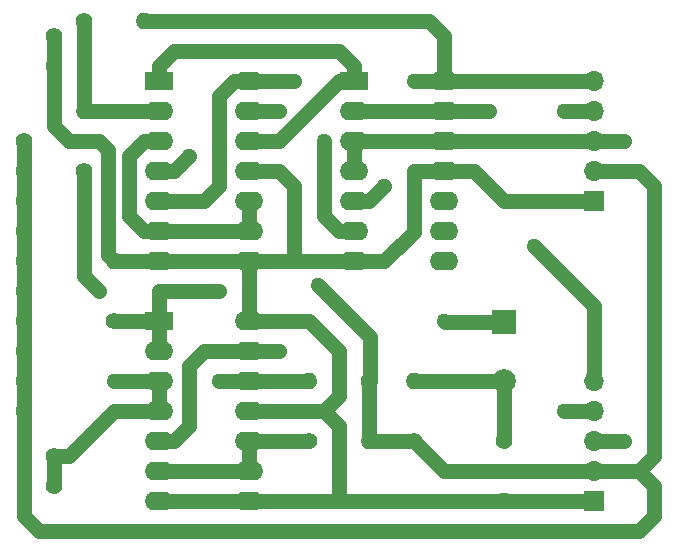
<source format=gbl>
G04 #@! TF.FileFunction,Copper,L2,Bot,Signal*
%FSLAX46Y46*%
G04 Gerber Fmt 4.6, Leading zero omitted, Abs format (unit mm)*
G04 Created by KiCad (PCBNEW 4.0.6) date 05/03/17 23:19:27*
%MOMM*%
%LPD*%
G01*
G04 APERTURE LIST*
%ADD10C,0.100000*%
%ADD11R,2.000000X2.000000*%
%ADD12C,2.000000*%
%ADD13C,1.400000*%
%ADD14R,1.700000X1.700000*%
%ADD15O,1.700000X1.700000*%
%ADD16O,1.400000X1.400000*%
%ADD17R,2.400000X1.600000*%
%ADD18O,2.400000X1.600000*%
%ADD19C,1.270000*%
%ADD20C,1.270000*%
G04 APERTURE END LIST*
D10*
D11*
X148590000Y-123270000D03*
D12*
X148590000Y-128270000D03*
D13*
X110490000Y-137160000D03*
X110490000Y-134620000D03*
X110490000Y-101600000D03*
X110490000Y-99060000D03*
X107950000Y-115570000D03*
X107950000Y-113030000D03*
D14*
X156210000Y-138430000D03*
D15*
X156210000Y-135890000D03*
X156210000Y-133350000D03*
X156210000Y-130810000D03*
X156210000Y-128270000D03*
D14*
X156210000Y-113030000D03*
D15*
X156210000Y-110490000D03*
X156210000Y-107950000D03*
X156210000Y-105410000D03*
X156210000Y-102870000D03*
D13*
X132080000Y-133350000D03*
D16*
X137160000Y-133350000D03*
D13*
X148590000Y-133350000D03*
D16*
X148590000Y-138430000D03*
D13*
X140970000Y-133350000D03*
D16*
X140970000Y-128270000D03*
D13*
X137160000Y-128270000D03*
D16*
X132080000Y-128270000D03*
D13*
X115570000Y-123190000D03*
D16*
X115570000Y-118110000D03*
D13*
X113030000Y-110490000D03*
D16*
X113030000Y-105410000D03*
D13*
X113030000Y-97790000D03*
D16*
X118110000Y-97790000D03*
D17*
X119380000Y-102870000D03*
D18*
X127000000Y-118110000D03*
X119380000Y-105410000D03*
X127000000Y-115570000D03*
X119380000Y-107950000D03*
X127000000Y-113030000D03*
X119380000Y-110490000D03*
X127000000Y-110490000D03*
X119380000Y-113030000D03*
X127000000Y-107950000D03*
X119380000Y-115570000D03*
X127000000Y-105410000D03*
X119380000Y-118110000D03*
X127000000Y-102870000D03*
D17*
X119380000Y-123190000D03*
D18*
X127000000Y-138430000D03*
X119380000Y-125730000D03*
X127000000Y-135890000D03*
X119380000Y-128270000D03*
X127000000Y-133350000D03*
X119380000Y-130810000D03*
X127000000Y-130810000D03*
X119380000Y-133350000D03*
X127000000Y-128270000D03*
X119380000Y-135890000D03*
X127000000Y-125730000D03*
X119380000Y-138430000D03*
X127000000Y-123190000D03*
D17*
X135890000Y-102870000D03*
D18*
X143510000Y-118110000D03*
X135890000Y-105410000D03*
X143510000Y-115570000D03*
X135890000Y-107950000D03*
X143510000Y-113030000D03*
X135890000Y-110490000D03*
X143510000Y-110490000D03*
X135890000Y-113030000D03*
X143510000Y-107950000D03*
X135890000Y-115570000D03*
X143510000Y-105410000D03*
X135890000Y-118110000D03*
X143510000Y-102870000D03*
D13*
X107950000Y-120650000D03*
X107950000Y-118110000D03*
X107950000Y-110490000D03*
X107950000Y-107950000D03*
X107950000Y-130810000D03*
X107950000Y-128270000D03*
X107950000Y-125730000D03*
X107950000Y-123190000D03*
D19*
X129540000Y-125730000D03*
X143510000Y-123190000D03*
X158750000Y-133350000D03*
X115570000Y-128270000D03*
X158750000Y-107950000D03*
X121920000Y-109220000D03*
X132803038Y-120116774D03*
X129540000Y-105410000D03*
X114300000Y-120650000D03*
X124460000Y-128270000D03*
X129540000Y-128270000D03*
X153670000Y-130810000D03*
X153670000Y-105410000D03*
X151130000Y-102870000D03*
X151130000Y-116840000D03*
X140970000Y-102870000D03*
X138430000Y-111760000D03*
X124460000Y-120650000D03*
X147320000Y-105410000D03*
X130810000Y-102870000D03*
X133350000Y-107950000D03*
D20*
X123190000Y-125730000D02*
X127000000Y-125730000D01*
X121920000Y-127000000D02*
X123190000Y-125730000D01*
X121920000Y-132080000D02*
X121920000Y-127000000D01*
X120650000Y-133350000D02*
X121920000Y-132080000D01*
X129540000Y-125730000D02*
X127000000Y-125730000D01*
X148590000Y-123270000D02*
X143590000Y-123270000D01*
X143590000Y-123270000D02*
X143510000Y-123190000D01*
X119380000Y-133350000D02*
X120650000Y-133350000D01*
X148590000Y-133350000D02*
X148590000Y-128270000D01*
X148590000Y-128270000D02*
X140970000Y-128270000D01*
X111760000Y-134620000D02*
X115570000Y-130810000D01*
X115570000Y-130810000D02*
X119380000Y-130810000D01*
X110490000Y-134620000D02*
X111760000Y-134620000D01*
X110490000Y-137160000D02*
X110490000Y-134620000D01*
X156210000Y-133350000D02*
X158750000Y-133350000D01*
X115570000Y-128270000D02*
X119380000Y-128270000D01*
X118110000Y-130810000D02*
X119380000Y-130810000D01*
X158750000Y-107950000D02*
X156210000Y-107950000D01*
X120650000Y-110490000D02*
X121920000Y-109220000D01*
X119380000Y-110490000D02*
X120650000Y-110490000D01*
X156210000Y-107950000D02*
X143510000Y-107950000D01*
X135890000Y-107950000D02*
X143510000Y-107950000D01*
X135890000Y-110490000D02*
X135890000Y-107950000D01*
X119380000Y-128270000D02*
X119380000Y-130810000D01*
X110490000Y-101600000D02*
X110490000Y-106680000D01*
X110490000Y-106680000D02*
X111760000Y-107950000D01*
X115040154Y-108690154D02*
X115040154Y-117580154D01*
X111760000Y-107950000D02*
X114300000Y-107950000D01*
X114300000Y-107950000D02*
X115040154Y-108690154D01*
X115040154Y-117580154D02*
X115570000Y-118110000D01*
X110490000Y-99060000D02*
X110490000Y-101600000D01*
X143510000Y-138430000D02*
X134620000Y-138430000D01*
X134620000Y-138430000D02*
X130810000Y-138430000D01*
X134620000Y-132080000D02*
X134620000Y-138430000D01*
X133350000Y-130810000D02*
X134620000Y-132080000D01*
X127000000Y-130810000D02*
X133350000Y-130810000D01*
X134620000Y-125730000D02*
X132080000Y-123190000D01*
X133350000Y-130810000D02*
X134620000Y-129540000D01*
X134620000Y-129540000D02*
X134620000Y-125730000D01*
X132080000Y-123190000D02*
X127000000Y-123190000D01*
X148590000Y-113030000D02*
X146050000Y-110490000D01*
X146050000Y-110490000D02*
X143510000Y-110490000D01*
X156210000Y-113030000D02*
X148590000Y-113030000D01*
X148590000Y-138430000D02*
X156210000Y-138430000D01*
X135890000Y-118110000D02*
X138430000Y-118110000D01*
X138430000Y-118110000D02*
X140939570Y-115600430D01*
X140939570Y-115600430D02*
X140939570Y-110520430D01*
X140939570Y-110520430D02*
X140970000Y-110490000D01*
X140970000Y-110490000D02*
X143510000Y-110490000D01*
X143510000Y-138430000D02*
X148590000Y-138430000D01*
X127000000Y-118110000D02*
X130810000Y-118110000D01*
X130810000Y-118110000D02*
X135890000Y-118110000D01*
X129540000Y-110490000D02*
X130810000Y-111760000D01*
X130810000Y-111760000D02*
X130810000Y-118110000D01*
X127000000Y-110490000D02*
X129540000Y-110490000D01*
X127000000Y-123190000D02*
X127000000Y-118110000D01*
X119380000Y-118110000D02*
X127000000Y-118110000D01*
X115570000Y-118110000D02*
X119380000Y-118110000D01*
X127000000Y-138430000D02*
X130810000Y-138430000D01*
X119380000Y-138430000D02*
X127000000Y-138430000D01*
X160020000Y-135890000D02*
X161290000Y-137160000D01*
X161290000Y-137160000D02*
X161290000Y-139700000D01*
X161290000Y-139700000D02*
X160020000Y-140970000D01*
X107950000Y-139700000D02*
X107950000Y-130810000D01*
X160020000Y-140970000D02*
X109220000Y-140970000D01*
X109220000Y-140970000D02*
X107950000Y-139700000D01*
X156210000Y-135890000D02*
X160020000Y-135890000D01*
X160020000Y-110490000D02*
X156210000Y-110490000D01*
X160020000Y-135890000D02*
X161290000Y-134620000D01*
X161290000Y-134620000D02*
X161290000Y-111760000D01*
X161290000Y-111760000D02*
X160020000Y-110490000D01*
X107950000Y-128270000D02*
X107950000Y-130810000D01*
X107950000Y-125730000D02*
X107950000Y-128270000D01*
X107950000Y-123190000D02*
X107950000Y-125730000D01*
X107950000Y-120650000D02*
X107950000Y-123190000D01*
X107950000Y-118110000D02*
X107950000Y-120650000D01*
X107950000Y-115570000D02*
X107950000Y-118110000D01*
X107950000Y-111760000D02*
X107950000Y-113030000D01*
X107950000Y-110490000D02*
X107950000Y-111760000D01*
X107950000Y-107950000D02*
X107950000Y-110490000D01*
X107950000Y-113030000D02*
X107950000Y-115570000D01*
X137208144Y-124508144D02*
X137208144Y-128221856D01*
X137208144Y-128221856D02*
X137160000Y-128270000D01*
X137160000Y-133350000D02*
X140970000Y-133350000D01*
X137160000Y-133350000D02*
X137160000Y-128270000D01*
X132803038Y-120116774D02*
X132816774Y-120116774D01*
X132816774Y-120116774D02*
X137208144Y-124508144D01*
X129540000Y-105410000D02*
X127000000Y-105410000D01*
X156210000Y-135890000D02*
X143510000Y-135890000D01*
X143510000Y-135890000D02*
X140970000Y-133350000D01*
X113030000Y-110490000D02*
X113030000Y-119380000D01*
X114300000Y-120650000D02*
X113030000Y-119380000D01*
X127000000Y-128270000D02*
X124460000Y-128270000D01*
X127000000Y-128270000D02*
X129540000Y-128270000D01*
X132080000Y-128270000D02*
X129540000Y-128270000D01*
X153670000Y-130810000D02*
X156210000Y-130810000D01*
X156210000Y-105410000D02*
X153670000Y-105410000D01*
X118110000Y-97790000D02*
X142240000Y-97790000D01*
X156210000Y-102870000D02*
X151130000Y-102870000D01*
X151130000Y-102870000D02*
X143510000Y-102870000D01*
X156210000Y-121920000D02*
X151130000Y-116840000D01*
X156210000Y-128270000D02*
X156210000Y-121920000D01*
X142240000Y-97790000D02*
X143510000Y-99060000D01*
X143510000Y-99060000D02*
X143510000Y-102870000D01*
X140970000Y-102870000D02*
X143510000Y-102870000D01*
X135890000Y-113030000D02*
X137160000Y-113030000D01*
X137160000Y-113030000D02*
X138430000Y-111760000D01*
X127000000Y-133350000D02*
X132080000Y-133350000D01*
X127000000Y-133350000D02*
X127000000Y-135890000D01*
X119380000Y-135890000D02*
X127000000Y-135890000D01*
X119380000Y-120650000D02*
X124460000Y-120650000D01*
X119380000Y-120650000D02*
X119380000Y-123190000D01*
X143510000Y-105410000D02*
X147320000Y-105410000D01*
X135890000Y-105410000D02*
X143510000Y-105410000D01*
X119380000Y-123190000D02*
X115570000Y-123190000D01*
X119380000Y-125730000D02*
X119380000Y-123190000D01*
X113030000Y-105410000D02*
X119380000Y-105410000D01*
X113030000Y-97790000D02*
X113030000Y-105410000D01*
X129540000Y-107950000D02*
X134620000Y-102870000D01*
X134620000Y-102870000D02*
X135890000Y-102870000D01*
X127000000Y-107950000D02*
X129540000Y-107950000D01*
X134620000Y-100330000D02*
X135890000Y-101600000D01*
X135890000Y-101600000D02*
X135890000Y-102870000D01*
X120650000Y-100330000D02*
X134620000Y-100330000D01*
X119380000Y-101600000D02*
X120650000Y-100330000D01*
X119380000Y-102870000D02*
X119380000Y-101600000D01*
X116840000Y-109220000D02*
X118110000Y-107950000D01*
X118110000Y-107950000D02*
X119380000Y-107950000D01*
X116840000Y-114300000D02*
X116840000Y-109220000D01*
X118110000Y-115570000D02*
X116840000Y-114300000D01*
X119380000Y-115570000D02*
X118110000Y-115570000D01*
X127000000Y-113030000D02*
X127000000Y-115570000D01*
X119380000Y-115570000D02*
X127000000Y-115570000D01*
X119380000Y-113030000D02*
X123190000Y-113030000D01*
X123190000Y-113030000D02*
X124460000Y-111760000D01*
X124460000Y-111760000D02*
X124460000Y-104140000D01*
X124460000Y-104140000D02*
X125730000Y-102870000D01*
X125730000Y-102870000D02*
X127000000Y-102870000D01*
X130810000Y-102870000D02*
X127000000Y-102870000D01*
X134620000Y-115570000D02*
X133350000Y-114300000D01*
X133350000Y-114300000D02*
X133350000Y-107950000D01*
X135890000Y-115570000D02*
X134620000Y-115570000D01*
M02*

</source>
